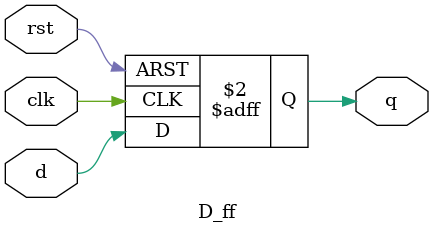
<source format=v>

`timescale 1ns / 1ps

module D_ff(clk,rst,d,q);
input clk,rst,d;
output reg q;

always @(posedge clk,posedge rst)
begin
      if(rst)
          q <= 1'b0;
      else 
          q <= d;
end 
             
endmodule

</source>
